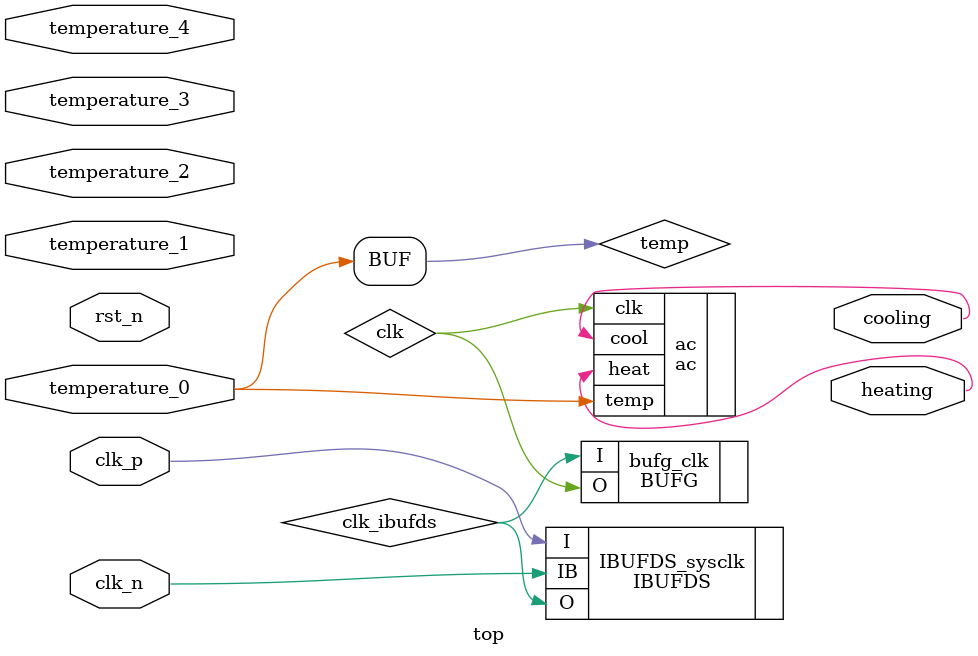
<source format=v>

`timescale 1ns / 100ps 

module top(input clk_p, clk_n, rst_n, temperature_0, temperature_1, temperature_2, temperature_3, temperature_4, output heating, cooling); 
	
	
	// clock infrastructure
	wire clk_ibufds; 
	
	IBUFDS IBUFDS_sysclk (
		.I(clk_p), 
		.IB(clk_n), 
		.O(clk_ibufds)
	); 
	
	wire clk; // use this signal as a clock for the design 
	
	BUFG bufg_clk(
		.I (clk_ibufds), 
		.O (clk)
	); 
	
	// logic
	wire temp; 
	assign temp = {temperature_4, temperature_3, temperature_2, temperature_1, temperature_0}; 
	ac ac(.clk(clk), .temp(temp), .heat(heating), .cool(cooling)); 
	
endmodule 

</source>
